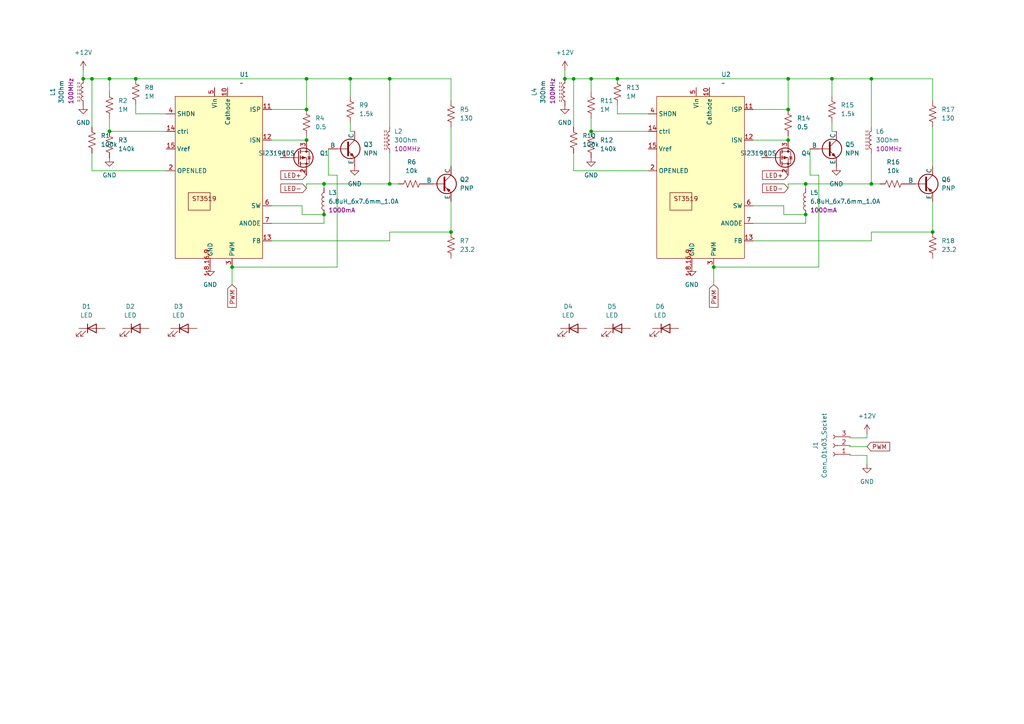
<source format=kicad_sch>
(kicad_sch (version 20231120) (generator "eeschema") (generator_version "8.0")
  (paper "A4")
  (lib_symbols
    (symbol "Connector:Conn_01x03_Socket" (pin_names (offset 1.016) hide)
      (property "Reference" "J" (at 0 5.08 0))
      (property "Value" "Conn_01x03_Socket" (at 0 -5.08 0))
      (symbol "Conn_01x03_Socket_1_1"
        (arc (start 0 -2.032) (mid -0.5058 -2.54) (end 0 -3.048) (stroke (width 0.1524)))
        (polyline (pts (xy -1.27 -2.54) (xy -0.508 -2.54)) (stroke (width 0.1524)))
        (polyline (pts (xy -1.27 0) (xy -0.508 0)) (stroke (width 0.1524)))
        (polyline (pts (xy -1.27 2.54) (xy -0.508 2.54)) (stroke (width 0.1524)))
        (arc (start 0 0.508) (mid -0.5058 0) (end 0 -0.508) (stroke (width 0.1524)))
        (arc (start 0 3.048) (mid -0.5058 2.54) (end 0 2.032) (stroke (width 0.1524)))
        (pin passive line (at -5.08 2.54 0) (length 3.81) (name "Pin_1") (number "1"))
        (pin passive line (at -5.08 0 0) (length 3.81) (name "Pin_2") (number "2"))
        (pin passive line (at -5.08 -2.54 0) (length 3.81) (name "Pin_3") (number "3"))
      )
    )
    (symbol "Device:LED" (pin_numbers hide) (pin_names (offset 1.016) hide)
      (property "Reference" "D" (at 0 2.54 0))
      (property "Value" "LED" (at 0 -2.54 0))
      (symbol "LED_0_1"
        (polyline (pts (xy -1.27 -1.27) (xy -1.27 1.27)) (stroke (width 0.254)))
        (polyline (pts (xy -1.27 0) (xy 1.27 0)))
        (polyline (pts (xy 1.27 -1.27) (xy 1.27 1.27) (xy -1.27 0) (xy 1.27 -1.27)) (stroke (width 0.254)))
        (polyline (pts (xy -3.048 -0.762) (xy -4.572 -2.286) (xy -3.81 -2.286) (xy -4.572 -2.286) (xy -4.572 -1.524)))
        (polyline (pts (xy -1.778 -0.762) (xy -3.302 -2.286) (xy -2.54 -2.286) (xy -3.302 -2.286) (xy -3.302 -1.524)))
      )
      (symbol "LED_1_1"
        (pin passive line (at -3.81 0 0) (length 2.54) (name "K") (number "1"))
        (pin passive line (at 3.81 0 180) (length 2.54) (name "A") (number "2"))
      )
    )
    (symbol "Simulation_SPICE:NPN" (pin_numbers hide) (pin_names (offset 0))
      (property "Reference" "Q" (at -2.54 7.62 0))
      (property "Value" "NPN" (at -2.54 5.08 0))
      (symbol "NPN_0_1"
        (polyline (pts (xy -2.54 0) (xy 0.635 0)) (stroke (width 0.1524)))
        (polyline (pts (xy 0.635 0.635) (xy 2.54 2.54)))
        (polyline (pts (xy 2.794 -1.27) (xy 2.794 -1.27)) (stroke (width 0.1524)))
        (polyline (pts (xy 2.794 -1.27) (xy 2.794 -1.27)) (stroke (width 0.1524)))
        (polyline (pts (xy 0.635 -0.635) (xy 2.54 -2.54) (xy 2.54 -2.54)))
        (polyline (pts (xy 0.635 1.905) (xy 0.635 -1.905) (xy 0.635 -1.905)) (stroke (width 0.508)))
        (polyline (pts (xy 1.27 -1.778) (xy 1.778 -1.27) (xy 2.286 -2.286) (xy 1.27 -1.778) (xy 1.27 -1.778)) (fill (type outline)))
        (circle (center 1.27 0) (radius 2.8194) (stroke (width 0.254)))
      )
      (symbol "NPN_1_1"
        (pin open_collector line (at 2.54 5.08 270) (length 2.54) (name "C") (number "1"))
        (pin input line (at -5.08 0 0) (length 2.54) (name "B") (number "2"))
        (pin open_emitter line (at 2.54 -5.08 90) (length 2.54) (name "E") (number "3"))
      )
    )
    (symbol "Simulation_SPICE:PNP" (pin_numbers hide) (pin_names (offset 0))
      (property "Reference" "Q" (at -2.54 7.62 0))
      (property "Value" "PNP" (at -2.54 5.08 0))
      (symbol "PNP_0_1"
        (polyline (pts (xy -2.54 0) (xy 0.635 0)) (stroke (width 0.1524)))
        (polyline (pts (xy 0.635 0.635) (xy 2.54 2.54)))
        (polyline (pts (xy 0.635 -0.635) (xy 2.54 -2.54) (xy 2.54 -2.54)))
        (polyline (pts (xy 0.635 1.905) (xy 0.635 -1.905) (xy 0.635 -1.905)) (stroke (width 0.508)))
        (polyline (pts (xy 2.286 -1.778) (xy 1.778 -2.286) (xy 1.27 -1.27) (xy 2.286 -1.778) (xy 2.286 -1.778)) (fill (type outline)))
        (circle (center 1.27 0) (radius 2.8194) (stroke (width 0.254)))
      )
      (symbol "PNP_1_1"
        (pin open_collector line (at 2.54 5.08 270) (length 2.54) (name "C") (number "1"))
        (pin input line (at -5.08 0 0) (length 2.54) (name "B") (number "2"))
        (pin open_emitter line (at 2.54 -5.08 90) (length 2.54) (name "E") (number "3"))
      )
    )
    (symbol "SparkFun-Coil:30Ohm_0603_1.8A" (pin_numbers hide) (pin_names (offset 1.016) hide)
      (property "Reference" "L" (at 0 2.54 0))
      (property "Value" "30Ohm" (at 0 -1.27 0))
      (property "Frequency" "100MHz" (at 0 -3.81 0))
      (symbol "30Ohm_0603_1.8A_0_1"
        (arc (start -1.27 0) (mid -1.905 0.6323) (end -2.54 0))
        (arc (start 0 0) (mid -0.635 0.6323) (end -1.27 0))
        (polyline (pts (xy -2.794 1.524) (xy -2.286 1.524)))
        (polyline (pts (xy -2.286 1.016) (xy -2.794 1.016)))
        (polyline (pts (xy -1.778 1.524) (xy -1.27 1.524)))
        (polyline (pts (xy -1.27 1.016) (xy -1.778 1.016)))
        (polyline (pts (xy -0.762 1.524) (xy -0.254 1.524)))
        (polyline (pts (xy -0.254 1.016) (xy -0.762 1.016)))
        (polyline (pts (xy 0.254 1.524) (xy 0.762 1.524)))
        (polyline (pts (xy 0.762 1.016) (xy 0.254 1.016)))
        (polyline (pts (xy 1.27 1.524) (xy 1.778 1.524)))
        (polyline (pts (xy 1.778 1.016) (xy 1.27 1.016)))
        (polyline (pts (xy 2.286 1.524) (xy 2.794 1.524)))
        (polyline (pts (xy 2.794 1.016) (xy 2.286 1.016)))
        (arc (start 1.27 0) (mid 0.635 0.6323) (end 0 0))
        (arc (start 2.54 0) (mid 1.905 0.6323) (end 1.27 0))
      )
      (symbol "30Ohm_0603_1.8A_1_1"
        (pin passive line (at -3.81 0 0) (length 1.27) (name "1") (number "1"))
        (pin passive line (at 3.81 0 180) (length 1.27) (name "2") (number "2"))
      )
    )
    (symbol "SparkFun-Coil:6.8uH_6x7.6mm_1.0A" (pin_numbers hide) (pin_names (offset 1.016) hide)
      (property "Reference" "L" (at 0 2.54 0))
      (property "Value" "6.8uH_6x7.6mm_1.0A" (at 0 -2.54 0))
      (property "Current" "1000mA" (at 0 -5.08 0))
      (symbol "6.8uH_6x7.6mm_1.0A_0_1"
        (arc (start -1.27 0) (mid -1.905 0.6323) (end -2.54 0))
        (arc (start 0 0) (mid -0.635 0.6323) (end -1.27 0))
        (arc (start 1.27 0) (mid 0.635 0.6323) (end 0 0))
        (arc (start 2.54 0) (mid 1.905 0.6323) (end 1.27 0))
      )
      (symbol "6.8uH_6x7.6mm_1.0A_1_1"
        (pin passive line (at -3.81 0 0) (length 1.27) (name "1") (number "1"))
        (pin passive line (at 3.81 0 180) (length 1.27) (name "2") (number "2"))
      )
    )
    (symbol "SparkFun-Resistor:0.47_0603" (pin_numbers hide) (pin_names (offset 0))
      (property "Reference" "R" (at 0 -2.54 0))
      (property "Value" "0.47" (at 0 2.54 0))
      (symbol "0.47_0603_0_1"
        (polyline (pts (xy -2.286 0) (xy -2.54 0)))
        (polyline (pts (xy 2.286 0) (xy 2.54 0)))
        (polyline (pts (xy -0.762 0) (xy -1.143 -1.016) (xy -1.524 0) (xy -1.905 1.016) (xy -2.286 0)))
        (polyline (pts (xy 0.762 0) (xy 0.381 -1.016) (xy 0 0) (xy -0.381 1.016) (xy -0.762 0)))
        (polyline (pts (xy 2.286 0) (xy 1.905 -1.016) (xy 1.524 0) (xy 1.143 1.016) (xy 0.762 0)))
      )
      (symbol "0.47_0603_1_1"
        (pin passive line (at 3.81 0 180) (length 1.27) (name "~") (number "1"))
        (pin passive line (at -3.81 0 0) (length 1.27) (name "~") (number "2"))
      )
    )
    (symbol "SparkFun-Resistor:100_0402" (pin_numbers hide) (pin_names (offset 0))
      (property "Reference" "R" (at 0 -2.54 0))
      (property "Value" "100" (at 0 2.54 0))
      (symbol "100_0402_0_1"
        (polyline (pts (xy -2.286 0) (xy -2.54 0)))
        (polyline (pts (xy 2.286 0) (xy 2.54 0)))
        (polyline (pts (xy -0.762 0) (xy -1.143 -1.016) (xy -1.524 0) (xy -1.905 1.016) (xy -2.286 0)))
        (polyline (pts (xy 0.762 0) (xy 0.381 -1.016) (xy 0 0) (xy -0.381 1.016) (xy -0.762 0)))
        (polyline (pts (xy 2.286 0) (xy 1.905 -1.016) (xy 1.524 0) (xy 1.143 1.016) (xy 0.762 0)))
      )
      (symbol "100_0402_1_1"
        (pin passive line (at 3.81 0 180) (length 1.27) (name "~") (number "1"))
        (pin passive line (at -3.81 0 0) (length 1.27) (name "~") (number "2"))
      )
    )
    (symbol "SparkFun-Resistor:100k_0402" (pin_numbers hide) (pin_names (offset 0))
      (property "Reference" "R" (at 0 -2.54 0))
      (property "Value" "100k" (at 0 2.54 0))
      (symbol "100k_0402_0_1"
        (polyline (pts (xy -2.286 0) (xy -2.54 0)))
        (polyline (pts (xy 2.286 0) (xy 2.54 0)))
        (polyline (pts (xy -0.762 0) (xy -1.143 -1.016) (xy -1.524 0) (xy -1.905 1.016) (xy -2.286 0)))
        (polyline (pts (xy 0.762 0) (xy 0.381 -1.016) (xy 0 0) (xy -0.381 1.016) (xy -0.762 0)))
        (polyline (pts (xy 2.286 0) (xy 1.905 -1.016) (xy 1.524 0) (xy 1.143 1.016) (xy 0.762 0)))
      )
      (symbol "100k_0402_1_1"
        (pin passive line (at 3.81 0 180) (length 1.27) (name "~") (number "1"))
        (pin passive line (at -3.81 0 0) (length 1.27) (name "~") (number "2"))
      )
    )
    (symbol "SparkFun-Resistor:10k_0603" (pin_numbers hide) (pin_names (offset 0))
      (property "Reference" "R" (at 0 -2.54 0))
      (property "Value" "10k" (at 0 2.54 0))
      (symbol "10k_0603_0_1"
        (polyline (pts (xy -2.286 0) (xy -2.54 0)))
        (polyline (pts (xy 2.286 0) (xy 2.54 0)))
        (polyline (pts (xy -0.762 0) (xy -1.143 -1.016) (xy -1.524 0) (xy -1.905 1.016) (xy -2.286 0)))
        (polyline (pts (xy 0.762 0) (xy 0.381 -1.016) (xy 0 0) (xy -0.381 1.016) (xy -0.762 0)))
        (polyline (pts (xy 2.286 0) (xy 1.905 -1.016) (xy 1.524 0) (xy 1.143 1.016) (xy 0.762 0)))
      )
      (symbol "10k_0603_1_1"
        (pin passive line (at 3.81 0 180) (length 1.27) (name "~") (number "1"))
        (pin passive line (at -3.81 0 0) (length 1.27) (name "~") (number "2"))
      )
    )
    (symbol "SparkFun-Resistor:150k_0402" (pin_numbers hide) (pin_names (offset 0))
      (property "Reference" "R" (at 0 -2.54 0))
      (property "Value" "150k" (at 0 2.54 0))
      (symbol "150k_0402_0_1"
        (polyline (pts (xy -2.286 0) (xy -2.54 0)))
        (polyline (pts (xy 2.286 0) (xy 2.54 0)))
        (polyline (pts (xy -0.762 0) (xy -1.143 -1.016) (xy -1.524 0) (xy -1.905 1.016) (xy -2.286 0)))
        (polyline (pts (xy 0.762 0) (xy 0.381 -1.016) (xy 0 0) (xy -0.381 1.016) (xy -0.762 0)))
        (polyline (pts (xy 2.286 0) (xy 1.905 -1.016) (xy 1.524 0) (xy 1.143 1.016) (xy 0.762 0)))
      )
      (symbol "150k_0402_1_1"
        (pin passive line (at 3.81 0 180) (length 1.27) (name "~") (number "1"))
        (pin passive line (at -3.81 0 0) (length 1.27) (name "~") (number "2"))
      )
    )
    (symbol "SparkFun-Resistor:1M_0402" (pin_numbers hide) (pin_names (offset 0))
      (property "Reference" "R" (at 0 -2.54 0))
      (property "Value" "1M" (at 0 2.54 0))
      (symbol "1M_0402_0_1"
        (polyline (pts (xy -2.286 0) (xy -2.54 0)))
        (polyline (pts (xy 2.286 0) (xy 2.54 0)))
        (polyline (pts (xy -0.762 0) (xy -1.143 -1.016) (xy -1.524 0) (xy -1.905 1.016) (xy -2.286 0)))
        (polyline (pts (xy 0.762 0) (xy 0.381 -1.016) (xy 0 0) (xy -0.381 1.016) (xy -0.762 0)))
        (polyline (pts (xy 2.286 0) (xy 1.905 -1.016) (xy 1.524 0) (xy 1.143 1.016) (xy 0.762 0)))
      )
      (symbol "1M_0402_1_1"
        (pin passive line (at 3.81 0 180) (length 1.27) (name "~") (number "1"))
        (pin passive line (at -3.81 0 0) (length 1.27) (name "~") (number "2"))
      )
    )
    (symbol "SparkFun-Resistor:22_0603" (pin_numbers hide) (pin_names (offset 0))
      (property "Reference" "R" (at 0 -2.54 0))
      (property "Value" "22" (at 0 2.54 0))
      (symbol "22_0603_0_1"
        (polyline (pts (xy -2.286 0) (xy -2.54 0)))
        (polyline (pts (xy 2.286 0) (xy 2.54 0)))
        (polyline (pts (xy -0.762 0) (xy -1.143 -1.016) (xy -1.524 0) (xy -1.905 1.016) (xy -2.286 0)))
        (polyline (pts (xy 0.762 0) (xy 0.381 -1.016) (xy 0 0) (xy -0.381 1.016) (xy -0.762 0)))
        (polyline (pts (xy 2.286 0) (xy 1.905 -1.016) (xy 1.524 0) (xy 1.143 1.016) (xy 0.762 0)))
      )
      (symbol "22_0603_1_1"
        (pin passive line (at 3.81 0 180) (length 1.27) (name "~") (number "1"))
        (pin passive line (at -3.81 0 0) (length 1.27) (name "~") (number "2"))
      )
    )
    (symbol "Transistor_FET:Si2319CDS" (pin_names hide)
      (property "Reference" "Q" (at 5.08 1.905 0))
      (property "Value" "Si2319CDS" (at 5.08 0 0))
      (symbol "Si2319CDS_0_1"
        (polyline (pts (xy 0.254 0) (xy -2.54 0)))
        (polyline (pts (xy 0.254 1.905) (xy 0.254 -1.905)) (stroke (width 0.254)))
        (polyline (pts (xy 0.762 -1.27) (xy 0.762 -2.286)) (stroke (width 0.254)))
        (polyline (pts (xy 0.762 0.508) (xy 0.762 -0.508)) (stroke (width 0.254)))
        (polyline (pts (xy 0.762 2.286) (xy 0.762 1.27)) (stroke (width 0.254)))
        (polyline (pts (xy 2.54 2.54) (xy 2.54 1.778)))
        (polyline (pts (xy 2.54 -2.54) (xy 2.54 0) (xy 0.762 0)))
        (polyline (pts (xy 0.762 1.778) (xy 3.302 1.778) (xy 3.302 -1.778) (xy 0.762 -1.778)))
        (polyline (pts (xy 2.286 0) (xy 1.27 0.381) (xy 1.27 -0.381) (xy 2.286 0)) (fill (type outline)))
        (polyline (pts (xy 2.794 -0.508) (xy 2.921 -0.381) (xy 3.683 -0.381) (xy 3.81 -0.254)))
        (polyline (pts (xy 3.302 -0.381) (xy 2.921 0.254) (xy 3.683 0.254) (xy 3.302 -0.381)))
        (circle (center 1.651 0) (radius 2.794) (stroke (width 0.254)))
        (circle (center 2.54 -1.778) (radius 0.254) (fill (type outline)))
        (circle (center 2.54 1.778) (radius 0.254) (fill (type outline)))
      )
      (symbol "Si2319CDS_1_1"
        (pin input line (at -5.08 0 0) (length 2.54) (name "G") (number "1"))
        (pin passive line (at 2.54 -5.08 90) (length 2.54) (name "S") (number "2"))
        (pin passive line (at 2.54 5.08 270) (length 2.54) (name "D") (number "3"))
      )
    )
    (symbol "led_driver(custom):ST3519"
      (property "Reference" "U1" (at 18.7041 6.35 0))
      (property "Value" "~" (at 18.7041 3.81 0))
      (symbol "ST3519_1_1"
        (rectangle (start 0 0) (end 25.4 -46.99) (fill (type background)))
        (text_box "ST3519" (at 10.16 -33.02 0) (size -6.35 5.08) (effects (font (size 1.27 1.27)) (justify left top)))
        (pin power_in line (at 10.16 -49.53 90) (length 2.54) (name "GND") (number "1,8,16,9"))
        (pin power_in line (at 15.24 2.54 270) (length 2.54) (name "Cathode") (number "10"))
        (pin power_in line (at 27.94 -3.81 180) (length 2.54) (name "ISP") (number "11"))
        (pin power_in line (at 27.94 -12.7 180) (length 2.54) (name "ISN") (number "12"))
        (pin open_collector line (at 27.94 -41.91 180) (length 2.54) (name "FB") (number "13"))
        (pin power_in line (at -2.54 -10.16 0) (length 2.54) (name "ctrl") (number "14"))
        (pin power_in line (at -2.54 -15.24 0) (length 2.54) (name "Vref") (number "15"))
        (pin power_in line (at -2.54 -21.59 0) (length 2.54) (name "OPENLED") (number "2"))
        (pin input line (at 16.51 -49.53 90) (length 2.54) (name "PWM") (number "3"))
        (pin power_in line (at -2.54 -5.08 0) (length 2.54) (name "SHDN") (number "4"))
        (pin power_in line (at 11.43 2.54 270) (length 2.54) (name "Vin") (number "5"))
        (pin open_collector line (at 27.94 -31.75 180) (length 2.54) (name "SW") (number "6"))
        (pin open_collector line (at 27.94 -36.83 180) (length 2.54) (name "ANODE") (number "7"))
      )
    )
    (symbol "power:+12V" (power) (pin_numbers hide) (pin_names (offset 0) hide)
      (property "Value" "+12V" (at 0 3.556 0))
      (symbol "+12V_0_1"
        (polyline (pts (xy -0.762 1.27) (xy 0 2.54)))
        (polyline (pts (xy 0 0) (xy 0 2.54)))
        (polyline (pts (xy 0 2.54) (xy 0.762 1.27)))
      )
      (symbol "+12V_1_1"
        (pin power_in line (at 0 0 90) (length 0) (name "~") (number "1"))
      )
    )
    (symbol "power:GND" (power) (pin_numbers hide) (pin_names (offset 0) hide)
      (property "Value" "GND" (at 0 -3.81 0))
      (symbol "GND_0_1"
        (polyline (pts (xy 0 0) (xy 0 -1.27) (xy 1.27 -1.27) (xy 0 -2.54) (xy -1.27 -1.27) (xy 0 -1.27)))
      )
      (symbol "GND_1_1"
        (pin power_in line (at 0 0 270) (length 0) (name "~") (number "1"))
      )
    )
  )
  (junction (at 207.01 77.47))
  (junction (at 163.83 22.86))
  (junction (at 93.98 53.34))
  (junction (at 24.13 22.86))
  (junction (at 88.9 31.75))
  (junction (at 31.75 38.1))
  (junction (at 171.45 38.1))
  (junction (at 113.03 22.86))
  (junction (at 228.6 31.75))
  (junction (at 93.98 62.23))
  (junction (at 171.45 22.86))
  (junction (at 233.68 53.34))
  (junction (at 179.07 22.86))
  (junction (at 252.73 22.86))
  (junction (at 88.9 40.64))
  (junction (at 101.6 22.86))
  (junction (at 228.6 40.64))
  (junction (at 67.31 77.47))
  (junction (at 228.6 22.86))
  (junction (at 39.37 22.86))
  (junction (at 252.73 53.34))
  (junction (at 31.75 22.86))
  (junction (at 26.67 22.86))
  (junction (at 166.37 22.86))
  (junction (at 130.81 67.31))
  (junction (at 241.3 22.86))
  (junction (at 113.03 53.34))
  (junction (at 270.51 67.31))
  (junction (at 88.9 22.86))
  (junction (at 233.68 62.23))
  (wire (pts (xy 130.81 58.42) (xy 130.81 67.31)))
  (wire (pts (xy 166.37 22.86) (xy 166.37 36.83)))
  (wire (pts (xy 113.03 69.85) (xy 113.03 67.31)))
  (wire (pts (xy 97.79 77.47) (xy 67.31 77.47)))
  (wire (pts (xy 78.74 69.85) (xy 113.03 69.85)))
  (wire (pts (xy 26.67 22.86) (xy 26.67 36.83)))
  (wire (pts (xy 31.75 22.86) (xy 39.37 22.86)))
  (wire (pts (xy 95.25 43.18) (xy 95.25 50.8)))
  (wire (pts (xy 252.73 44.45) (xy 252.73 53.34)))
  (wire (pts (xy 113.03 22.86) (xy 130.81 22.86)))
  (wire (pts (xy 24.13 22.86) (xy 26.67 22.86)))
  (wire (pts (xy 130.81 36.83) (xy 130.81 48.26)))
  (wire (pts (xy 171.45 22.86) (xy 171.45 26.67)))
  (wire (pts (xy 171.45 22.86) (xy 179.07 22.86)))
  (wire (pts (xy 95.25 50.8) (xy 97.79 50.8)))
  (wire (pts (xy 97.79 50.8) (xy 97.79 77.47)))
  (wire (pts (xy 233.68 62.23) (xy 233.68 64.77)))
  (wire (pts (xy 228.6 53.34) (xy 228.6 54.61)))
  (wire (pts (xy 218.44 69.85) (xy 252.73 69.85)))
  (wire (pts (xy 179.07 30.48) (xy 179.07 33.02)))
  (wire (pts (xy 252.73 53.34) (xy 255.27 53.34)))
  (wire (pts (xy 179.07 22.86) (xy 228.6 22.86)))
  (wire (pts (xy 87.63 59.69) (xy 87.63 62.23)))
  (wire (pts (xy 101.6 22.86) (xy 113.03 22.86)))
  (wire (pts (xy 31.75 38.1) (xy 48.26 38.1)))
  (wire (pts (xy 207.01 77.47) (xy 207.01 82.55)))
  (wire (pts (xy 101.6 22.86) (xy 101.6 27.94)))
  (wire (pts (xy 166.37 44.45) (xy 166.37 49.53)))
  (wire (pts (xy 26.67 22.86) (xy 31.75 22.86)))
  (wire (pts (xy 88.9 40.64) (xy 88.9 39.37)))
  (wire (pts (xy 233.68 53.34) (xy 228.6 53.34)))
  (wire (pts (xy 163.83 22.86) (xy 166.37 22.86)))
  (wire (pts (xy 252.73 69.85) (xy 252.73 67.31)))
  (wire (pts (xy 39.37 33.02) (xy 48.26 33.02)))
  (wire (pts (xy 218.44 31.75) (xy 228.6 31.75)))
  (wire (pts (xy 78.74 40.64) (xy 88.9 40.64)))
  (wire (pts (xy 218.44 59.69) (xy 227.33 59.69)))
  (wire (pts (xy 78.74 31.75) (xy 88.9 31.75)))
  (wire (pts (xy 163.83 20.32) (xy 163.83 22.86)))
  (wire (pts (xy 93.98 53.34) (xy 93.98 54.61)))
  (wire (pts (xy 87.63 62.23) (xy 93.98 62.23)))
  (wire (pts (xy 171.45 38.1) (xy 187.96 38.1)))
  (wire (pts (xy 88.9 53.34) (xy 88.9 54.61)))
  (wire (pts (xy 88.9 22.86) (xy 88.9 31.75)))
  (wire (pts (xy 241.3 22.86) (xy 252.73 22.86)))
  (wire (pts (xy 93.98 64.77) (xy 78.74 64.77)))
  (wire (pts (xy 78.74 59.69) (xy 87.63 59.69)))
  (wire (pts (xy 101.6 35.56) (xy 101.6 38.1)))
  (wire (pts (xy 31.75 22.86) (xy 31.75 26.67)))
  (wire (pts (xy 24.13 20.32) (xy 24.13 22.86)))
  (wire (pts (xy 101.6 38.1) (xy 102.87 38.1)))
  (wire (pts (xy 26.67 49.53) (xy 48.26 49.53)))
  (wire (pts (xy 237.49 77.47) (xy 207.01 77.47)))
  (wire (pts (xy 241.3 38.1) (xy 242.57 38.1)))
  (wire (pts (xy 113.03 53.34) (xy 115.57 53.34)))
  (wire (pts (xy 228.6 22.86) (xy 228.6 31.75)))
  (wire (pts (xy 113.03 53.34) (xy 93.98 53.34)))
  (wire (pts (xy 246.38 132.08) (xy 251.46 132.08)))
  (wire (pts (xy 113.03 22.86) (xy 113.03 36.83)))
  (wire (pts (xy 39.37 30.48) (xy 39.37 33.02)))
  (wire (pts (xy 39.37 22.86) (xy 88.9 22.86)))
  (wire (pts (xy 233.68 64.77) (xy 218.44 64.77)))
  (wire (pts (xy 246.38 127) (xy 251.46 127)))
  (wire (pts (xy 237.49 50.8) (xy 237.49 77.47)))
  (wire (pts (xy 93.98 53.34) (xy 88.9 53.34)))
  (wire (pts (xy 228.6 22.86) (xy 241.3 22.86)))
  (wire (pts (xy 179.07 33.02) (xy 187.96 33.02)))
  (wire (pts (xy 270.51 36.83) (xy 270.51 48.26)))
  (wire (pts (xy 241.3 35.56) (xy 241.3 38.1)))
  (wire (pts (xy 234.95 43.18) (xy 234.95 50.8)))
  (wire (pts (xy 130.81 22.86) (xy 130.81 29.21)))
  (wire (pts (xy 228.6 40.64) (xy 228.6 39.37)))
  (wire (pts (xy 252.73 67.31) (xy 270.51 67.31)))
  (wire (pts (xy 234.95 50.8) (xy 237.49 50.8)))
  (wire (pts (xy 246.38 129.54) (xy 251.46 129.54)))
  (wire (pts (xy 166.37 22.86) (xy 171.45 22.86)))
  (wire (pts (xy 270.51 58.42) (xy 270.51 67.31)))
  (wire (pts (xy 218.44 40.64) (xy 228.6 40.64)))
  (wire (pts (xy 88.9 22.86) (xy 101.6 22.86)))
  (wire (pts (xy 227.33 62.23) (xy 233.68 62.23)))
  (wire (pts (xy 227.33 59.69) (xy 227.33 62.23)))
  (wire (pts (xy 251.46 132.08) (xy 251.46 134.62)))
  (wire (pts (xy 233.68 53.34) (xy 233.68 54.61)))
  (wire (pts (xy 252.73 22.86) (xy 270.51 22.86)))
  (wire (pts (xy 113.03 44.45) (xy 113.03 53.34)))
  (wire (pts (xy 166.37 49.53) (xy 187.96 49.53)))
  (wire (pts (xy 26.67 44.45) (xy 26.67 49.53)))
  (wire (pts (xy 31.75 34.29) (xy 31.75 38.1)))
  (wire (pts (xy 67.31 77.47) (xy 67.31 82.55)))
  (wire (pts (xy 251.46 127) (xy 251.46 125.73)))
  (wire (pts (xy 93.98 62.23) (xy 93.98 64.77)))
  (wire (pts (xy 241.3 22.86) (xy 241.3 27.94)))
  (wire (pts (xy 171.45 34.29) (xy 171.45 38.1)))
  (wire (pts (xy 252.73 53.34) (xy 233.68 53.34)))
  (wire (pts (xy 113.03 67.31) (xy 130.81 67.31)))
  (wire (pts (xy 270.51 22.86) (xy 270.51 29.21)))
  (wire (pts (xy 252.73 22.86) (xy 252.73 36.83)))
  (global_label "PWM" (shape input) (at 251.46 129.54 0) (property "Intersheetrefs" "${INTERSHEET_REFS}" (effects (hide yes))))
  (global_label "PWM" (shape input) (at 207.01 82.55 270) (property "Intersheetrefs" "${INTERSHEET_REFS}" (effects (hide yes))))
  (global_label "LED-" (shape input) (at 88.9 54.61 180) (property "Intersheetrefs" "${INTERSHEET_REFS}" (effects (hide yes))))
  (global_label "LED+" (shape input) (at 228.6 50.8 180) (property "Intersheetrefs" "${INTERSHEET_REFS}" (effects (hide yes))))
  (global_label "LED-" (shape input) (at 228.6 54.61 180) (property "Intersheetrefs" "${INTERSHEET_REFS}" (effects (hide yes))))
  (global_label "PWM" (shape input) (at 67.31 82.55 270) (property "Intersheetrefs" "${INTERSHEET_REFS}" (effects (hide yes))))
  (global_label "LED+" (shape input) (at 88.9 50.8 180) (property "Intersheetrefs" "${INTERSHEET_REFS}" (effects (hide yes))))
  (symbol (lib_id "SparkFun-Resistor:0.47_0603") (at 228.6 35.56 90) (unit 1)
    (property "Reference" "R14" (at 231.14 34.2899 90) (effects (justify right)))
    (property "Value" "0.5" (at 231.14 36.8299 90) (effects (justify right)))
    (property "Footprint" "SparkFun-Resistor:R_0603_1608Metric" (effects (hide yes)))
    (property "Datasheet" "https://industrial.panasonic.com/cdbs/www-data/pdf/RDN0000/AOA0000C313.pdf" (effects (hide yes)))
    (property "Description" "Resistor" (effects (hide yes)))
    (property "PROD_ID" "RES-20715" (effects (hide yes)))
  )
  (symbol (lib_id "SparkFun-Resistor:10k_0603") (at 259.08 53.34 0) (unit 1)
    (property "Reference" "R16" (at 259.08 46.99 0))
    (property "Value" "10k" (at 259.08 49.53 0))
    (property "Footprint" "SparkFun-Resistor:R_0603_1608Metric" (effects (hide yes)))
    (property "Datasheet" "https://www.vishay.com/docs/20035/dcrcwe3.pdf" (effects (hide yes)))
    (property "Description" "Resistor" (effects (hide yes)))
    (property "PROD_ID" "RES-00824" (effects (hide yes)))
  )
  (symbol (lib_id "SparkFun-Resistor:100_0402") (at 241.3 31.75 90) (unit 1)
    (property "Reference" "R15" (at 243.84 30.4799 90) (effects (justify right)))
    (property "Value" "1.5k" (at 243.84 33.0199 90) (effects (justify right)))
    (property "Footprint" "SparkFun-Resistor:R_0402_1005Metric" (effects (hide yes)))
    (property "Datasheet" "https://www.vishay.com/docs/20035/dcrcwe3.pdf" (effects (hide yes)))
    (property "Description" "Resistor" (effects (hide yes)))
    (property "PROD_ID" "RES-14962" (effects (hide yes)))
  )
  (symbol (lib_id "SparkFun-Resistor:100_0402") (at 270.51 33.02 90) (unit 1)
    (property "Reference" "R17" (at 273.05 31.7499 90) (effects (justify right)))
    (property "Value" "130" (at 273.05 34.2899 90) (effects (justify right)))
    (property "Footprint" "SparkFun-Resistor:R_0402_1005Metric" (effects (hide yes)))
    (property "Datasheet" "https://www.vishay.com/docs/20035/dcrcwe3.pdf" (effects (hide yes)))
    (property "Description" "Resistor" (effects (hide yes)))
    (property "PROD_ID" "RES-14962" (effects (hide yes)))
  )
  (symbol (lib_id "Connector:Conn_01x03_Socket") (at 241.6175 129.2225 180) (unit 1)
    (property "Reference" "J1" (at 236.5375 129.2225 90))
    (property "Value" "Conn_01x03_Socket" (at 239.0775 129.2225 90))
    (property "Description" "Generic connector, single row, 01x03, script generated" (effects (hide yes)))
  )
  (symbol (lib_id "power:GND") (at 60.96 77.47 0) (unit 1)
    (property "Reference" "#PWR02" (effects (hide yes)))
    (property "Value" "GND" (at 60.96 82.55 0))
    (property "Description" "Power symbol creates a global label with name \"GND\" , ground" (effects (hide yes)))
  )
  (symbol (lib_id "power:GND") (at 200.66 77.47 0) (unit 1)
    (property "Reference" "#PWR011" (effects (hide yes)))
    (property "Value" "GND" (at 200.66 82.55 0))
    (property "Description" "Power symbol creates a global label with name \"GND\" , ground" (effects (hide yes)))
  )
  (symbol (lib_id "SparkFun-Resistor:0.47_0603") (at 88.9 35.56 90) (unit 1)
    (property "Reference" "R4" (at 91.44 34.2899 90) (effects (justify right)))
    (property "Value" "0.5" (at 91.44 36.8299 90) (effects (justify right)))
    (property "Footprint" "SparkFun-Resistor:R_0603_1608Metric" (effects (hide yes)))
    (property "Datasheet" "https://industrial.panasonic.com/cdbs/www-data/pdf/RDN0000/AOA0000C313.pdf" (effects (hide yes)))
    (property "Description" "Resistor" (effects (hide yes)))
    (property "PROD_ID" "RES-20715" (effects (hide yes)))
  )
  (symbol (lib_id "SparkFun-Resistor:1M_0402") (at 39.37 26.67 90) (unit 1)
    (property "Reference" "R8" (at 41.91 25.3999 90) (effects (justify right)))
    (property "Value" "1M" (at 41.91 27.9399 90) (effects (justify right)))
    (property "Footprint" "SparkFun-Resistor:R_0402_1005Metric" (effects (hide yes)))
    (property "Datasheet" "https://www.vishay.com/docs/20035/dcrcwe3.pdf" (effects (hide yes)))
    (property "Description" "Resistor" (effects (hide yes)))
    (property "PROD_ID" "RES-15185" (effects (hide yes)))
  )
  (symbol (lib_id "power:GND") (at 242.57 48.26 0) (unit 1)
    (property "Reference" "#PWR012" (effects (hide yes)))
    (property "Value" "GND" (at 242.57 53.34 0))
    (property "Description" "Power symbol creates a global label with name \"GND\" , ground" (effects (hide yes)))
  )
  (symbol (lib_id "led_driver(custom):ST3519") (at 190.5 27.94 0) (unit 1)
    (property "Reference" "U2" (at 209.2041 21.59 0) (effects (justify left)))
    (property "Value" "~" (at 209.2041 24.13 0) (effects (justify left)))
  )
  (symbol (lib_id "SparkFun-Coil:6.8uH_6x7.6mm_1.0A") (at 233.68 58.42 90) (unit 1)
    (property "Reference" "L5" (at 234.95 55.8799 90) (effects (justify right)))
    (property "Value" "6.8uH_6x7.6mm_1.0A" (at 234.95 58.4199 90) (effects (justify right)))
    (property "Footprint" "SparkFun-Coil:Inductor_4.7x4.7mm" (effects (hide yes)))
    (property "Datasheet" "https://products.sumida.com/products/pdf/CDRH4D28.pdf" (effects (hide yes)))
    (property "Description" "Inductor" (effects (hide yes)))
    (property "PROD_ID" "NDUC-09819" (effects (hide yes)))
    (property "Current" "1000mA" (at 234.95 60.9599 90) (effects (justify right)))
  )
  (symbol (lib_id "SparkFun-Resistor:22_0603") (at 270.51 71.12 90) (unit 1)
    (property "Reference" "R18" (at 273.05 69.8499 90) (effects (justify right)))
    (property "Value" "23.2" (at 273.05 72.3899 90) (effects (justify right)))
    (property "Footprint" "SparkFun-Resistor:R_0603_1608Metric" (effects (hide yes)))
    (property "Datasheet" "https://www.vishay.com/docs/20035/dcrcwe3.pdf" (effects (hide yes)))
    (property "Description" "Resistor" (effects (hide yes)))
    (property "PROD_ID" "RES-08698" (effects (hide yes)))
  )
  (symbol (lib_id "Device:LED") (at 39.37 95.25 0) (unit 1)
    (property "Reference" "D2" (at 37.7825 88.9 0))
    (property "Value" "LED" (at 37.7825 91.44 0))
    (property "Description" "Light emitting diode" (effects (hide yes)))
  )
  (symbol (lib_id "SparkFun-Resistor:22_0603") (at 130.81 71.12 90) (unit 1)
    (property "Reference" "R7" (at 133.35 69.8499 90) (effects (justify right)))
    (property "Value" "23.2" (at 133.35 72.3899 90) (effects (justify right)))
    (property "Footprint" "SparkFun-Resistor:R_0603_1608Metric" (effects (hide yes)))
    (property "Datasheet" "https://www.vishay.com/docs/20035/dcrcwe3.pdf" (effects (hide yes)))
    (property "Description" "Resistor" (effects (hide yes)))
    (property "PROD_ID" "RES-08698" (effects (hide yes)))
  )
  (symbol (lib_id "SparkFun-Resistor:1M_0402") (at 171.45 30.48 90) (unit 1)
    (property "Reference" "R11" (at 173.99 29.2099 90) (effects (justify right)))
    (property "Value" "1M" (at 173.99 31.7499 90) (effects (justify right)))
    (property "Footprint" "SparkFun-Resistor:R_0402_1005Metric" (effects (hide yes)))
    (property "Datasheet" "https://www.vishay.com/docs/20035/dcrcwe3.pdf" (effects (hide yes)))
    (property "Description" "Resistor" (effects (hide yes)))
    (property "PROD_ID" "RES-15185" (effects (hide yes)))
  )
  (symbol (lib_id "SparkFun-Resistor:1M_0402") (at 31.75 30.48 90) (unit 1)
    (property "Reference" "R2" (at 34.29 29.2099 90) (effects (justify right)))
    (property "Value" "1M" (at 34.29 31.7499 90) (effects (justify right)))
    (property "Footprint" "SparkFun-Resistor:R_0402_1005Metric" (effects (hide yes)))
    (property "Datasheet" "https://www.vishay.com/docs/20035/dcrcwe3.pdf" (effects (hide yes)))
    (property "Description" "Resistor" (effects (hide yes)))
    (property "PROD_ID" "RES-15185" (effects (hide yes)))
  )
  (symbol (lib_id "SparkFun-Resistor:100_0402") (at 101.6 31.75 90) (unit 1)
    (property "Reference" "R9" (at 104.14 30.4799 90) (effects (justify right)))
    (property "Value" "1.5k" (at 104.14 33.0199 90) (effects (justify right)))
    (property "Footprint" "SparkFun-Resistor:R_0402_1005Metric" (effects (hide yes)))
    (property "Datasheet" "https://www.vishay.com/docs/20035/dcrcwe3.pdf" (effects (hide yes)))
    (property "Description" "Resistor" (effects (hide yes)))
    (property "PROD_ID" "RES-14962" (effects (hide yes)))
  )
  (symbol (lib_id "SparkFun-Resistor:100k_0402") (at 26.67 40.64 90) (unit 1)
    (property "Reference" "R1" (at 29.21 39.3699 90) (effects (justify right)))
    (property "Value" "100k" (at 29.21 41.9099 90) (effects (justify right)))
    (property "Footprint" "SparkFun-Resistor:R_0402_1005Metric" (effects (hide yes)))
    (property "Datasheet" "https://www.vishay.com/docs/20035/dcrcwe3.pdf" (effects (hide yes)))
    (property "Description" "Resistor" (effects (hide yes)))
    (property "PROD_ID" "RES-13495" (effects (hide yes)))
  )
  (symbol (lib_id "SparkFun-Resistor:150k_0402") (at 171.45 41.91 90) (unit 1)
    (property "Reference" "R12" (at 173.99 40.6399 90) (effects (justify right)))
    (property "Value" "140k" (at 173.99 43.1799 90) (effects (justify right)))
    (property "Footprint" "SparkFun-Resistor:R_0402_1005Metric" (effects (hide yes)))
    (property "Datasheet" "https://www.vishay.com/docs/20035/dcrcwe3.pdf" (effects (hide yes)))
    (property "Description" "Resistor" (effects (hide yes)))
    (property "PROD_ID" "RES-15093" (effects (hide yes)))
  )
  (symbol (lib_id "SparkFun-Coil:30Ohm_0603_1.8A") (at 113.03 40.64 90) (unit 1)
    (property "Reference" "L2" (at 114.3 38.0999 90) (effects (justify right)))
    (property "Value" "30Ohm" (at 114.3 40.6399 90) (effects (justify right)))
    (property "Footprint" "SparkFun-Capacitor:C_0603_1608Metric" (effects (hide yes)))
    (property "Datasheet" "https://product.tdk.com/en/system/files?file=dam/doc/product/emc/emc/beads/catalog/beads_commercial_power_mpz1608_en.pdf" (effects (hide yes)))
    (property "Description" "Inductor" (effects (hide yes)))
    (property "PROD_ID" "NDUC-07859" (effects (hide yes)))
    (property "Frequency" "100MHz" (at 114.3 43.1799 90) (effects (justify right)))
  )
  (symbol (lib_id "Device:LED") (at 53.34 95.25 0) (unit 1)
    (property "Reference" "D3" (at 51.7525 88.9 0))
    (property "Value" "LED" (at 51.7525 91.44 0))
    (property "Description" "Light emitting diode" (effects (hide yes)))
  )
  (symbol (lib_id "SparkFun-Resistor:100k_0402") (at 166.37 40.64 90) (unit 1)
    (property "Reference" "R10" (at 168.91 39.3699 90) (effects (justify right)))
    (property "Value" "100k" (at 168.91 41.9099 90) (effects (justify right)))
    (property "Footprint" "SparkFun-Resistor:R_0402_1005Metric" (effects (hide yes)))
    (property "Datasheet" "https://www.vishay.com/docs/20035/dcrcwe3.pdf" (effects (hide yes)))
    (property "Description" "Resistor" (effects (hide yes)))
    (property "PROD_ID" "RES-13495" (effects (hide yes)))
  )
  (symbol (lib_id "power:GND") (at 163.83 30.48 0) (unit 1)
    (property "Reference" "#PWR09" (effects (hide yes)))
    (property "Value" "GND" (at 163.83 35.56 0))
    (property "Description" "Power symbol creates a global label with name \"GND\" , ground" (effects (hide yes)))
  )
  (symbol (lib_id "power:GND") (at 31.75 45.72 0) (unit 1)
    (property "Reference" "#PWR04" (effects (hide yes)))
    (property "Value" "GND" (at 31.75 50.8 0))
    (property "Description" "Power symbol creates a global label with name \"GND\" , ground" (effects (hide yes)))
  )
  (symbol (lib_id "SparkFun-Resistor:100_0402") (at 130.81 33.02 90) (unit 1)
    (property "Reference" "R5" (at 133.35 31.7499 90) (effects (justify right)))
    (property "Value" "130" (at 133.35 34.2899 90) (effects (justify right)))
    (property "Footprint" "SparkFun-Resistor:R_0402_1005Metric" (effects (hide yes)))
    (property "Datasheet" "https://www.vishay.com/docs/20035/dcrcwe3.pdf" (effects (hide yes)))
    (property "Description" "Resistor" (effects (hide yes)))
    (property "PROD_ID" "RES-14962" (effects (hide yes)))
  )
  (symbol (lib_id "Simulation_SPICE:NPN") (at 100.33 43.18 0) (unit 1)
    (property "Reference" "Q3" (at 105.41 41.9099 0) (effects (justify left)))
    (property "Value" "NPN" (at 105.41 44.4499 0) (effects (justify left)))
    (property "Datasheet" "https://ngspice.sourceforge.io/docs/ngspice-html-manual/manual.xhtml#cha_BJTs" (effects (hide yes)))
    (property "Description" "Bipolar transistor symbol for simulation only, substrate tied to the emitter" (effects (hide yes)))
    (property "Sim.Device" "NPN" (effects (hide yes)))
    (property "Sim.Type" "GUMMELPOON" (effects (hide yes)))
    (property "Sim.Pins" "1=C 2=B 3=E" (effects (hide yes)))
  )
  (symbol (lib_id "Simulation_SPICE:PNP") (at 267.97 53.34 0) (unit 1)
    (property "Reference" "Q6" (at 273.05 52.0699 0) (effects (justify left)))
    (property "Value" "PNP" (at 273.05 54.6099 0) (effects (justify left)))
    (property "Datasheet" "https://ngspice.sourceforge.io/docs/ngspice-html-manual/manual.xhtml#cha_BJTs" (effects (hide yes)))
    (property "Description" "Bipolar transistor symbol for simulation only, substrate tied to the emitter" (effects (hide yes)))
    (property "Sim.Device" "PNP" (effects (hide yes)))
    (property "Sim.Type" "GUMMELPOON" (effects (hide yes)))
    (property "Sim.Pins" "1=C 2=B 3=E" (effects (hide yes)))
  )
  (symbol (lib_id "power:+12V") (at 163.83 20.32 0) (unit 1)
    (property "Reference" "#PWR08" (effects (hide yes)))
    (property "Value" "+12V" (at 163.83 15.24 0))
    (property "Description" "Power symbol creates a global label with name \"+12V\"" (effects (hide yes)))
  )
  (symbol (lib_id "Transistor_FET:Si2319CDS") (at 86.36 45.72 0) (unit 1)
    (property "Reference" "Q1" (at 92.71 44.4499 0) (effects (justify left)))
    (property "Value" "Si2319CDS" (at 74.93 44.4499 0) (effects (justify left)))
    (property "Footprint" "Package_TO_SOT_SMD:SOT-23" (effects (hide yes)))
    (property "Datasheet" "http://www.vishay.com/docs/66709/si2319cd.pdf" (effects (hide yes)))
    (property "Description" "-4.4A Id, -40V Vds, P-Channel MOSFET, SOT-23" (effects (hide yes)))
  )
  (symbol (lib_id "Transistor_FET:Si2319CDS") (at 226.06 45.72 0) (unit 1)
    (property "Reference" "Q4" (at 232.41 44.4499 0) (effects (justify left)))
    (property "Value" "Si2319CDS" (at 214.63 44.4499 0) (effects (justify left)))
    (property "Footprint" "Package_TO_SOT_SMD:SOT-23" (effects (hide yes)))
    (property "Datasheet" "http://www.vishay.com/docs/66709/si2319cd.pdf" (effects (hide yes)))
    (property "Description" "-4.4A Id, -40V Vds, P-Channel MOSFET, SOT-23" (effects (hide yes)))
  )
  (symbol (lib_id "Device:LED") (at 179.07 95.25 0) (unit 1)
    (property "Reference" "D5" (at 177.4825 88.9 0))
    (property "Value" "LED" (at 177.4825 91.44 0))
    (property "Description" "Light emitting diode" (effects (hide yes)))
  )
  (symbol (lib_id "Simulation_SPICE:PNP") (at 128.27 53.34 0) (unit 1)
    (property "Reference" "Q2" (at 133.35 52.0699 0) (effects (justify left)))
    (property "Value" "PNP" (at 133.35 54.6099 0) (effects (justify left)))
    (property "Datasheet" "https://ngspice.sourceforge.io/docs/ngspice-html-manual/manual.xhtml#cha_BJTs" (effects (hide yes)))
    (property "Description" "Bipolar transistor symbol for simulation only, substrate tied to the emitter" (effects (hide yes)))
    (property "Sim.Device" "PNP" (effects (hide yes)))
    (property "Sim.Type" "GUMMELPOON" (effects (hide yes)))
    (property "Sim.Pins" "1=C 2=B 3=E" (effects (hide yes)))
  )
  (symbol (lib_id "power:GND") (at 24.13 30.48 0) (unit 1)
    (property "Reference" "#PWR03" (effects (hide yes)))
    (property "Value" "GND" (at 24.13 35.56 0))
    (property "Description" "Power symbol creates a global label with name \"GND\" , ground" (effects (hide yes)))
  )
  (symbol (lib_id "SparkFun-Coil:30Ohm_0603_1.8A") (at 252.73 40.64 90) (unit 1)
    (property "Reference" "L6" (at 254 38.0999 90) (effects (justify right)))
    (property "Value" "30Ohm" (at 254 40.6399 90) (effects (justify right)))
    (property "Footprint" "SparkFun-Capacitor:C_0603_1608Metric" (effects (hide yes)))
    (property "Datasheet" "https://product.tdk.com/en/system/files?file=dam/doc/product/emc/emc/beads/catalog/beads_commercial_power_mpz1608_en.pdf" (effects (hide yes)))
    (property "Description" "Inductor" (effects (hide yes)))
    (property "PROD_ID" "NDUC-07859" (effects (hide yes)))
    (property "Frequency" "100MHz" (at 254 43.1799 90) (effects (justify right)))
  )
  (symbol (lib_id "SparkFun-Coil:30Ohm_0603_1.8A") (at 163.83 26.67 90) (unit 1)
    (property "Reference" "L4" (at 154.94 26.67 0))
    (property "Value" "30Ohm" (at 157.48 26.67 0))
    (property "Footprint" "SparkFun-Capacitor:C_0603_1608Metric" (effects (hide yes)))
    (property "Datasheet" "https://product.tdk.com/en/system/files?file=dam/doc/product/emc/emc/beads/catalog/beads_commercial_power_mpz1608_en.pdf" (effects (hide yes)))
    (property "Description" "Inductor" (effects (hide yes)))
    (property "PROD_ID" "NDUC-07859" (effects (hide yes)))
    (property "Frequency" "100MHz" (at 160.274 26.416 0))
  )
  (symbol (lib_id "power:GND") (at 171.45 45.72 0) (unit 1)
    (property "Reference" "#PWR010" (effects (hide yes)))
    (property "Value" "GND" (at 171.45 50.8 0))
    (property "Description" "Power symbol creates a global label with name \"GND\" , ground" (effects (hide yes)))
  )
  (symbol (lib_id "power:+12V") (at 251.46 125.73 0) (unit 1)
    (property "Reference" "#PWR07" (effects (hide yes)))
    (property "Value" "+12V" (at 251.46 120.65 0))
    (property "Description" "Power symbol creates a global label with name \"+12V\"" (effects (hide yes)))
  )
  (symbol (lib_id "SparkFun-Coil:6.8uH_6x7.6mm_1.0A") (at 93.98 58.42 90) (unit 1)
    (property "Reference" "L3" (at 95.25 55.8799 90) (effects (justify right)))
    (property "Value" "6.8uH_6x7.6mm_1.0A" (at 95.25 58.4199 90) (effects (justify right)))
    (property "Footprint" "SparkFun-Coil:Inductor_4.7x4.7mm" (effects (hide yes)))
    (property "Datasheet" "https://products.sumida.com/products/pdf/CDRH4D28.pdf" (effects (hide yes)))
    (property "Description" "Inductor" (effects (hide yes)))
    (property "PROD_ID" "NDUC-09819" (effects (hide yes)))
    (property "Current" "1000mA" (at 95.25 60.9599 90) (effects (justify right)))
  )
  (symbol (lib_id "SparkFun-Resistor:10k_0603") (at 119.38 53.34 0) (unit 1)
    (property "Reference" "R6" (at 119.38 46.99 0))
    (property "Value" "10k" (at 119.38 49.53 0))
    (property "Footprint" "SparkFun-Resistor:R_0603_1608Metric" (effects (hide yes)))
    (property "Datasheet" "https://www.vishay.com/docs/20035/dcrcwe3.pdf" (effects (hide yes)))
    (property "Description" "Resistor" (effects (hide yes)))
    (property "PROD_ID" "RES-00824" (effects (hide yes)))
  )
  (symbol (lib_id "Device:LED") (at 26.67 95.25 0) (unit 1)
    (property "Reference" "D1" (at 25.0825 88.9 0))
    (property "Value" "LED" (at 25.0825 91.44 0))
    (property "Description" "Light emitting diode" (effects (hide yes)))
  )
  (symbol (lib_id "led_driver(custom):ST3519") (at 50.8 27.94 0) (unit 1)
    (property "Reference" "U1" (at 69.5041 21.59 0) (effects (justify left)))
    (property "Value" "~" (at 69.5041 24.13 0) (effects (justify left)))
  )
  (symbol (lib_id "Simulation_SPICE:NPN") (at 240.03 43.18 0) (unit 1)
    (property "Reference" "Q5" (at 245.11 41.9099 0) (effects (justify left)))
    (property "Value" "NPN" (at 245.11 44.4499 0) (effects (justify left)))
    (property "Datasheet" "https://ngspice.sourceforge.io/docs/ngspice-html-manual/manual.xhtml#cha_BJTs" (effects (hide yes)))
    (property "Description" "Bipolar transistor symbol for simulation only, substrate tied to the emitter" (effects (hide yes)))
    (property "Sim.Device" "NPN" (effects (hide yes)))
    (property "Sim.Type" "GUMMELPOON" (effects (hide yes)))
    (property "Sim.Pins" "1=C 2=B 3=E" (effects (hide yes)))
  )
  (symbol (lib_id "power:GND") (at 102.87 48.26 0) (unit 1)
    (property "Reference" "#PWR05" (effects (hide yes)))
    (property "Value" "GND" (at 102.87 53.34 0))
    (property "Description" "Power symbol creates a global label with name \"GND\" , ground" (effects (hide yes)))
  )
  (symbol (lib_id "Device:LED") (at 166.37 95.25 0) (unit 1)
    (property "Reference" "D4" (at 164.7825 88.9 0))
    (property "Value" "LED" (at 164.7825 91.44 0))
    (property "Description" "Light emitting diode" (effects (hide yes)))
  )
  (symbol (lib_id "SparkFun-Resistor:1M_0402") (at 179.07 26.67 90) (unit 1)
    (property "Reference" "R13" (at 181.61 25.3999 90) (effects (justify right)))
    (property "Value" "1M" (at 181.61 27.9399 90) (effects (justify right)))
    (property "Footprint" "SparkFun-Resistor:R_0402_1005Metric" (effects (hide yes)))
    (property "Datasheet" "https://www.vishay.com/docs/20035/dcrcwe3.pdf" (effects (hide yes)))
    (property "Description" "Resistor" (effects (hide yes)))
    (property "PROD_ID" "RES-15185" (effects (hide yes)))
  )
  (symbol (lib_id "power:GND") (at 251.46 134.62 0) (unit 1)
    (property "Reference" "#PWR06" (effects (hide yes)))
    (property "Value" "GND" (at 251.46 139.7 0))
    (property "Description" "Power symbol creates a global label with name \"GND\" , ground" (effects (hide yes)))
  )
  (symbol (lib_id "power:+12V") (at 24.13 20.32 0) (unit 1)
    (property "Reference" "#PWR01" (effects (hide yes)))
    (property "Value" "+12V" (at 24.13 15.24 0))
    (property "Description" "Power symbol creates a global label with name \"+12V\"" (effects (hide yes)))
  )
  (symbol (lib_id "Device:LED") (at 193.04 95.25 0) (unit 1)
    (property "Reference" "D6" (at 191.4525 88.9 0))
    (property "Value" "LED" (at 191.4525 91.44 0))
    (property "Description" "Light emitting diode" (effects (hide yes)))
  )
  (symbol (lib_id "SparkFun-Coil:30Ohm_0603_1.8A") (at 24.13 26.67 90) (unit 1)
    (property "Reference" "L1" (at 15.24 26.67 0))
    (property "Value" "30Ohm" (at 17.78 26.67 0))
    (property "Footprint" "SparkFun-Capacitor:C_0603_1608Metric" (effects (hide yes)))
    (property "Datasheet" "https://product.tdk.com/en/system/files?file=dam/doc/product/emc/emc/beads/catalog/beads_commercial_power_mpz1608_en.pdf" (effects (hide yes)))
    (property "Description" "Inductor" (effects (hide yes)))
    (property "PROD_ID" "NDUC-07859" (effects (hide yes)))
    (property "Frequency" "100MHz" (at 20.574 26.416 0))
  )
  (symbol (lib_id "SparkFun-Resistor:150k_0402") (at 31.75 41.91 90) (unit 1)
    (property "Reference" "R3" (at 34.29 40.6399 90) (effects (justify right)))
    (property "Value" "140k" (at 34.29 43.1799 90) (effects (justify right)))
    (property "Footprint" "SparkFun-Resistor:R_0402_1005Metric" (effects (hide yes)))
    (property "Datasheet" "https://www.vishay.com/docs/20035/dcrcwe3.pdf" (effects (hide yes)))
    (property "Description" "Resistor" (effects (hide yes)))
    (property "PROD_ID" "RES-15093" (effects (hide yes)))
  )
)
</source>
